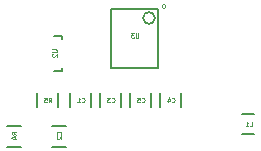
<source format=gbr>
G04 #@! TF.FileFunction,Legend,Bot*
%FSLAX46Y46*%
G04 Gerber Fmt 4.6, Leading zero omitted, Abs format (unit mm)*
G04 Created by KiCad (PCBNEW (2016-04-04 BZR 6663, Git 30f5a7a)-product) date 05/05/2016 22:09:38*
%MOMM*%
G01*
G04 APERTURE LIST*
%ADD10C,0.100000*%
%ADD11C,0.150000*%
%ADD12C,0.200000*%
%ADD13C,0.090000*%
G04 APERTURE END LIST*
D10*
D11*
X145683000Y-102524000D02*
X145683000Y-103724000D01*
X147433000Y-103724000D02*
X147433000Y-102524000D01*
X144180000Y-107047000D02*
X145380000Y-107047000D01*
X145380000Y-105297000D02*
X144180000Y-105297000D01*
X149973000Y-103724000D02*
X149973000Y-102524000D01*
X148223000Y-102524000D02*
X148223000Y-103724000D01*
X155053000Y-103724000D02*
X155053000Y-102524000D01*
X153303000Y-102524000D02*
X153303000Y-103724000D01*
X141570000Y-105297000D02*
X140370000Y-105297000D01*
X140370000Y-107047000D02*
X141570000Y-107047000D01*
X142889000Y-102524000D02*
X142889000Y-103724000D01*
X144639000Y-103724000D02*
X144639000Y-102524000D01*
X145049240Y-97887840D02*
X145049240Y-97936100D01*
X144348200Y-100686820D02*
X145049240Y-100686820D01*
X145049240Y-100686820D02*
X145049240Y-100437900D01*
X145049240Y-97887840D02*
X145049240Y-97687180D01*
X145049240Y-97687180D02*
X144348200Y-97687180D01*
D12*
X153130000Y-95417000D02*
X149130000Y-95417000D01*
X149130000Y-95417000D02*
X149130000Y-100417000D01*
X149130000Y-100417000D02*
X153130000Y-100417000D01*
X153130000Y-100417000D02*
X153130000Y-95417000D01*
X152880000Y-96167000D02*
G75*
G03X152880000Y-96167000I-500000J0D01*
G01*
D11*
X152513000Y-103724000D02*
X152513000Y-102524000D01*
X150763000Y-102524000D02*
X150763000Y-103724000D01*
X161282000Y-106006000D02*
X160282000Y-106006000D01*
X160282000Y-104306000D02*
X161282000Y-104306000D01*
D13*
X146683166Y-103266857D02*
X146702214Y-103285904D01*
X146759357Y-103304952D01*
X146797452Y-103304952D01*
X146854595Y-103285904D01*
X146892690Y-103247809D01*
X146911738Y-103209714D01*
X146930785Y-103133523D01*
X146930785Y-103076380D01*
X146911738Y-103000190D01*
X146892690Y-102962095D01*
X146854595Y-102924000D01*
X146797452Y-102904952D01*
X146759357Y-102904952D01*
X146702214Y-102924000D01*
X146683166Y-102943047D01*
X146302214Y-103304952D02*
X146530785Y-103304952D01*
X146416500Y-103304952D02*
X146416500Y-102904952D01*
X146454595Y-102962095D01*
X146492690Y-103000190D01*
X146530785Y-103019238D01*
X144922857Y-106046833D02*
X144941904Y-106027785D01*
X144960952Y-105970642D01*
X144960952Y-105932547D01*
X144941904Y-105875404D01*
X144903809Y-105837309D01*
X144865714Y-105818261D01*
X144789523Y-105799214D01*
X144732380Y-105799214D01*
X144656190Y-105818261D01*
X144618095Y-105837309D01*
X144580000Y-105875404D01*
X144560952Y-105932547D01*
X144560952Y-105970642D01*
X144580000Y-106027785D01*
X144599047Y-106046833D01*
X144599047Y-106199214D02*
X144580000Y-106218261D01*
X144560952Y-106256357D01*
X144560952Y-106351595D01*
X144580000Y-106389690D01*
X144599047Y-106408738D01*
X144637142Y-106427785D01*
X144675238Y-106427785D01*
X144732380Y-106408738D01*
X144960952Y-106180166D01*
X144960952Y-106427785D01*
X149223166Y-103266857D02*
X149242214Y-103285904D01*
X149299357Y-103304952D01*
X149337452Y-103304952D01*
X149394595Y-103285904D01*
X149432690Y-103247809D01*
X149451738Y-103209714D01*
X149470785Y-103133523D01*
X149470785Y-103076380D01*
X149451738Y-103000190D01*
X149432690Y-102962095D01*
X149394595Y-102924000D01*
X149337452Y-102904952D01*
X149299357Y-102904952D01*
X149242214Y-102924000D01*
X149223166Y-102943047D01*
X149089833Y-102904952D02*
X148842214Y-102904952D01*
X148975547Y-103057333D01*
X148918404Y-103057333D01*
X148880309Y-103076380D01*
X148861261Y-103095428D01*
X148842214Y-103133523D01*
X148842214Y-103228761D01*
X148861261Y-103266857D01*
X148880309Y-103285904D01*
X148918404Y-103304952D01*
X149032690Y-103304952D01*
X149070785Y-103285904D01*
X149089833Y-103266857D01*
X154303166Y-103266857D02*
X154322214Y-103285904D01*
X154379357Y-103304952D01*
X154417452Y-103304952D01*
X154474595Y-103285904D01*
X154512690Y-103247809D01*
X154531738Y-103209714D01*
X154550785Y-103133523D01*
X154550785Y-103076380D01*
X154531738Y-103000190D01*
X154512690Y-102962095D01*
X154474595Y-102924000D01*
X154417452Y-102904952D01*
X154379357Y-102904952D01*
X154322214Y-102924000D01*
X154303166Y-102943047D01*
X153960309Y-103038285D02*
X153960309Y-103304952D01*
X154055547Y-102885904D02*
X154150785Y-103171619D01*
X153903166Y-103171619D01*
X141150952Y-106046833D02*
X140960476Y-105913500D01*
X141150952Y-105818261D02*
X140750952Y-105818261D01*
X140750952Y-105970642D01*
X140770000Y-106008738D01*
X140789047Y-106027785D01*
X140827142Y-106046833D01*
X140884285Y-106046833D01*
X140922380Y-106027785D01*
X140941428Y-106008738D01*
X140960476Y-105970642D01*
X140960476Y-105818261D01*
X140884285Y-106389690D02*
X141150952Y-106389690D01*
X140731904Y-106294452D02*
X141017619Y-106199214D01*
X141017619Y-106446833D01*
X143889166Y-103304952D02*
X144022500Y-103114476D01*
X144117738Y-103304952D02*
X144117738Y-102904952D01*
X143965357Y-102904952D01*
X143927261Y-102924000D01*
X143908214Y-102943047D01*
X143889166Y-102981142D01*
X143889166Y-103038285D01*
X143908214Y-103076380D01*
X143927261Y-103095428D01*
X143965357Y-103114476D01*
X144117738Y-103114476D01*
X143527261Y-102904952D02*
X143717738Y-102904952D01*
X143736785Y-103095428D01*
X143717738Y-103076380D01*
X143679642Y-103057333D01*
X143584404Y-103057333D01*
X143546309Y-103076380D01*
X143527261Y-103095428D01*
X143508214Y-103133523D01*
X143508214Y-103228761D01*
X143527261Y-103266857D01*
X143546309Y-103285904D01*
X143584404Y-103304952D01*
X143679642Y-103304952D01*
X143717738Y-103285904D01*
X143736785Y-103266857D01*
X144179952Y-98823738D02*
X144503761Y-98823738D01*
X144541857Y-98842785D01*
X144560904Y-98861833D01*
X144579952Y-98899928D01*
X144579952Y-98976119D01*
X144560904Y-99014214D01*
X144541857Y-99033261D01*
X144503761Y-99052309D01*
X144179952Y-99052309D01*
X144218047Y-99223738D02*
X144199000Y-99242785D01*
X144179952Y-99280880D01*
X144179952Y-99376119D01*
X144199000Y-99414214D01*
X144218047Y-99433261D01*
X144256142Y-99452309D01*
X144294238Y-99452309D01*
X144351380Y-99433261D01*
X144579952Y-99204690D01*
X144579952Y-99452309D01*
X151493261Y-97443952D02*
X151493261Y-97767761D01*
X151474214Y-97805857D01*
X151455166Y-97824904D01*
X151417071Y-97843952D01*
X151340880Y-97843952D01*
X151302785Y-97824904D01*
X151283738Y-97805857D01*
X151264690Y-97767761D01*
X151264690Y-97443952D01*
X151112309Y-97443952D02*
X150864690Y-97443952D01*
X150998023Y-97596333D01*
X150940880Y-97596333D01*
X150902785Y-97615380D01*
X150883738Y-97634428D01*
X150864690Y-97672523D01*
X150864690Y-97767761D01*
X150883738Y-97805857D01*
X150902785Y-97824904D01*
X150940880Y-97843952D01*
X151055166Y-97843952D01*
X151093261Y-97824904D01*
X151112309Y-97805857D01*
D10*
X153633095Y-94988190D02*
X153556904Y-94988190D01*
X153480714Y-95026285D01*
X153442619Y-95102476D01*
X153442619Y-95178666D01*
X153480714Y-95254857D01*
X153556904Y-95292952D01*
X153633095Y-95292952D01*
X153709285Y-95254857D01*
X153747380Y-95178666D01*
X153747380Y-95102476D01*
X153709285Y-95026285D01*
X153633095Y-94988190D01*
D13*
X151763166Y-103266857D02*
X151782214Y-103285904D01*
X151839357Y-103304952D01*
X151877452Y-103304952D01*
X151934595Y-103285904D01*
X151972690Y-103247809D01*
X151991738Y-103209714D01*
X152010785Y-103133523D01*
X152010785Y-103076380D01*
X151991738Y-103000190D01*
X151972690Y-102962095D01*
X151934595Y-102924000D01*
X151877452Y-102904952D01*
X151839357Y-102904952D01*
X151782214Y-102924000D01*
X151763166Y-102943047D01*
X151401261Y-102904952D02*
X151591738Y-102904952D01*
X151610785Y-103095428D01*
X151591738Y-103076380D01*
X151553642Y-103057333D01*
X151458404Y-103057333D01*
X151420309Y-103076380D01*
X151401261Y-103095428D01*
X151382214Y-103133523D01*
X151382214Y-103228761D01*
X151401261Y-103266857D01*
X151420309Y-103285904D01*
X151458404Y-103304952D01*
X151553642Y-103304952D01*
X151591738Y-103285904D01*
X151610785Y-103266857D01*
X160907166Y-105336952D02*
X161097642Y-105336952D01*
X161097642Y-104936952D01*
X160564309Y-105336952D02*
X160792880Y-105336952D01*
X160678595Y-105336952D02*
X160678595Y-104936952D01*
X160716690Y-104994095D01*
X160754785Y-105032190D01*
X160792880Y-105051238D01*
M02*

</source>
